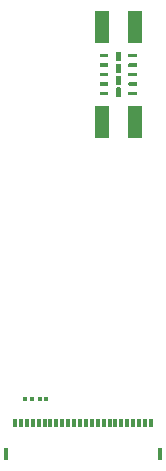
<source format=gtp>
G04*
G04 #@! TF.GenerationSoftware,Altium Limited,Altium Designer,25.0.2 (28)*
G04*
G04 Layer_Color=8421504*
%FSLAX44Y44*%
%MOMM*%
G71*
G04*
G04 #@! TF.SameCoordinates,03372A04-C462-4CF8-ACA0-C5B6D0AAF50A*
G04*
G04*
G04 #@! TF.FilePolarity,Positive*
G04*
G01*
G75*
%ADD15R,0.3000X0.7000*%
%ADD16R,0.3000X1.0000*%
%ADD17R,0.3500X0.3500*%
%ADD18R,1.3000X2.7000*%
G36*
X325783Y347424D02*
X325924Y347283D01*
X326000Y347099D01*
Y347000D01*
Y345000D01*
Y344901D01*
X325924Y344717D01*
X325783Y344576D01*
X325600Y344500D01*
X318901D01*
X318717Y344576D01*
X318576Y344717D01*
X318500Y344901D01*
Y345000D01*
Y347000D01*
Y347099D01*
X318576Y347283D01*
X318717Y347424D01*
X318901Y347500D01*
X325600D01*
X325783Y347424D01*
D02*
G37*
G36*
X301283D02*
X301424Y347283D01*
X301500Y347099D01*
Y347000D01*
Y345000D01*
Y344901D01*
X301424Y344717D01*
X301283Y344576D01*
X301099Y344500D01*
X294401D01*
X294217Y344576D01*
X294076Y344717D01*
X294000Y344901D01*
Y345000D01*
Y347000D01*
Y347099D01*
X294076Y347283D01*
X294217Y347424D01*
X294401Y347500D01*
X301099D01*
X301283Y347424D01*
D02*
G37*
G36*
X311783Y348924D02*
X311924Y348783D01*
X312000Y348599D01*
Y348500D01*
Y341500D01*
Y341400D01*
X311924Y341217D01*
X311783Y341076D01*
X311600Y341000D01*
X308401D01*
X308217Y341076D01*
X308076Y341217D01*
X308000Y341400D01*
Y341500D01*
Y348500D01*
Y348599D01*
X308076Y348783D01*
X308217Y348924D01*
X308401Y349000D01*
X311600D01*
X311783Y348924D01*
D02*
G37*
G36*
X325783Y339424D02*
X325924Y339283D01*
X326000Y339099D01*
Y339000D01*
Y337000D01*
Y336900D01*
X325924Y336717D01*
X325783Y336576D01*
X325600Y336500D01*
X318901D01*
X318717Y336576D01*
X318576Y336717D01*
X318500Y336900D01*
Y337000D01*
Y339000D01*
Y339099D01*
X318576Y339283D01*
X318717Y339424D01*
X318901Y339500D01*
X325600D01*
X325783Y339424D01*
D02*
G37*
G36*
X301283D02*
X301424Y339283D01*
X301500Y339099D01*
Y339000D01*
Y337000D01*
Y336900D01*
X301424Y336717D01*
X301283Y336576D01*
X301099Y336500D01*
X294401D01*
X294217Y336576D01*
X294076Y336717D01*
X294000Y336900D01*
Y337000D01*
Y339000D01*
Y339099D01*
X294076Y339283D01*
X294217Y339424D01*
X294401Y339500D01*
X301099D01*
X301283Y339424D01*
D02*
G37*
G36*
X311783Y338924D02*
X311924Y338783D01*
X312000Y338599D01*
Y338500D01*
Y331500D01*
Y331400D01*
X311924Y331217D01*
X311783Y331076D01*
X311600Y331000D01*
X308401D01*
X308217Y331076D01*
X308076Y331217D01*
X308000Y331400D01*
Y331500D01*
Y338500D01*
Y338599D01*
X308076Y338783D01*
X308217Y338924D01*
X308401Y339000D01*
X311600D01*
X311783Y338924D01*
D02*
G37*
G36*
X325783Y331424D02*
X325924Y331283D01*
X326000Y331099D01*
Y331000D01*
Y329000D01*
Y328900D01*
X325924Y328717D01*
X325783Y328576D01*
X325600Y328500D01*
X318901D01*
X318717Y328576D01*
X318576Y328717D01*
X318500Y328900D01*
Y329000D01*
Y331000D01*
Y331099D01*
X318576Y331283D01*
X318717Y331424D01*
X318901Y331500D01*
X325600D01*
X325783Y331424D01*
D02*
G37*
G36*
X301283D02*
X301424Y331283D01*
X301500Y331099D01*
Y331000D01*
Y329000D01*
Y328900D01*
X301424Y328717D01*
X301283Y328576D01*
X301099Y328500D01*
X294401D01*
X294217Y328576D01*
X294076Y328717D01*
X294000Y328900D01*
Y329000D01*
Y331000D01*
Y331099D01*
X294076Y331283D01*
X294217Y331424D01*
X294401Y331500D01*
X301099D01*
X301283Y331424D01*
D02*
G37*
G36*
X311783Y328924D02*
X311924Y328783D01*
X312000Y328599D01*
Y328500D01*
Y321500D01*
Y321400D01*
X311924Y321217D01*
X311783Y321076D01*
X311600Y321000D01*
X308401D01*
X308217Y321076D01*
X308076Y321217D01*
X308000Y321400D01*
Y321500D01*
Y328500D01*
Y328599D01*
X308076Y328783D01*
X308217Y328924D01*
X308401Y329000D01*
X311600D01*
X311783Y328924D01*
D02*
G37*
G36*
X325783Y323424D02*
X325924Y323283D01*
X326000Y323099D01*
Y323000D01*
Y321000D01*
Y320900D01*
X325924Y320717D01*
X325783Y320576D01*
X325600Y320500D01*
X318901D01*
X318717Y320576D01*
X318576Y320717D01*
X318500Y320900D01*
Y321000D01*
Y323000D01*
Y323099D01*
X318576Y323283D01*
X318717Y323424D01*
X318901Y323500D01*
X325600D01*
X325783Y323424D01*
D02*
G37*
G36*
X301283D02*
X301424Y323283D01*
X301500Y323099D01*
Y323000D01*
Y321000D01*
Y320900D01*
X301424Y320717D01*
X301283Y320576D01*
X301099Y320500D01*
X294401D01*
X294217Y320576D01*
X294076Y320717D01*
X294000Y320900D01*
Y321000D01*
Y323000D01*
Y323099D01*
X294076Y323283D01*
X294217Y323424D01*
X294401Y323500D01*
X301099D01*
X301283Y323424D01*
D02*
G37*
G36*
X325783Y315424D02*
X325924Y315283D01*
X326000Y315099D01*
Y315000D01*
Y313000D01*
Y312901D01*
X325924Y312717D01*
X325783Y312576D01*
X325600Y312500D01*
X318901D01*
X318717Y312576D01*
X318576Y312717D01*
X318500Y312901D01*
Y313000D01*
Y315000D01*
Y315099D01*
X318576Y315283D01*
X318717Y315424D01*
X318901Y315500D01*
X325600D01*
X325783Y315424D01*
D02*
G37*
G36*
X301283D02*
X301424Y315283D01*
X301500Y315099D01*
Y315000D01*
Y313000D01*
Y312901D01*
X301424Y312717D01*
X301283Y312576D01*
X301099Y312500D01*
X294401D01*
X294217Y312576D01*
X294076Y312717D01*
X294000Y312901D01*
Y313000D01*
Y315000D01*
Y315099D01*
X294076Y315283D01*
X294217Y315424D01*
X294401Y315500D01*
X301099D01*
X301283Y315424D01*
D02*
G37*
G36*
X311783Y318924D02*
X311924Y318783D01*
X312000Y318599D01*
Y318500D01*
Y311500D01*
Y311401D01*
X311924Y311217D01*
X311783Y311076D01*
X311600Y311000D01*
X308401D01*
X308217Y311076D01*
X308076Y311217D01*
X308000Y311401D01*
Y311500D01*
Y318500D01*
Y318599D01*
X308076Y318783D01*
X308217Y318924D01*
X308401Y319000D01*
X311600D01*
X311783Y318924D01*
D02*
G37*
D15*
X222500Y35250D02*
D03*
X227500D02*
D03*
X232500D02*
D03*
X237500D02*
D03*
X242500D02*
D03*
X247500D02*
D03*
X252500D02*
D03*
X257500D02*
D03*
X262500D02*
D03*
X267500D02*
D03*
X272500D02*
D03*
X277500D02*
D03*
X282500D02*
D03*
X287500D02*
D03*
X292500D02*
D03*
X297500D02*
D03*
X302500D02*
D03*
X307500D02*
D03*
X312500D02*
D03*
X317500D02*
D03*
X322500D02*
D03*
X327500D02*
D03*
X332500D02*
D03*
X337500D02*
D03*
D16*
X214600Y8750D02*
D03*
X345400D02*
D03*
D17*
X243250Y55000D02*
D03*
X248750D02*
D03*
X231250D02*
D03*
X236750D02*
D03*
D18*
X324000Y290000D02*
D03*
X296000D02*
D03*
X324000Y370000D02*
D03*
X296000D02*
D03*
M02*

</source>
